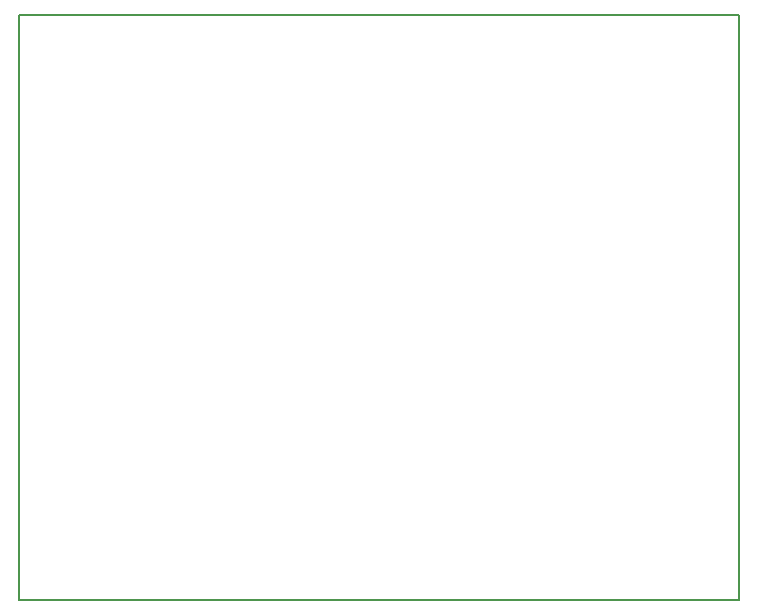
<source format=gbr>
G04 #@! TF.FileFunction,Profile,NP*
%FSLAX46Y46*%
G04 Gerber Fmt 4.6, Leading zero omitted, Abs format (unit mm)*
G04 Created by KiCad (PCBNEW 4.0.7) date Wednesday, October 03, 2018 'AMt' 10:44:15 AM*
%MOMM*%
%LPD*%
G01*
G04 APERTURE LIST*
%ADD10C,0.100000*%
%ADD11C,0.150000*%
G04 APERTURE END LIST*
D10*
D11*
X121920000Y-53340000D02*
X121920000Y-102870000D01*
X182880000Y-53340000D02*
X182880000Y-102870000D01*
X182880000Y-102870000D02*
X121920000Y-102870000D01*
X121920000Y-53340000D02*
X182880000Y-53340000D01*
M02*

</source>
